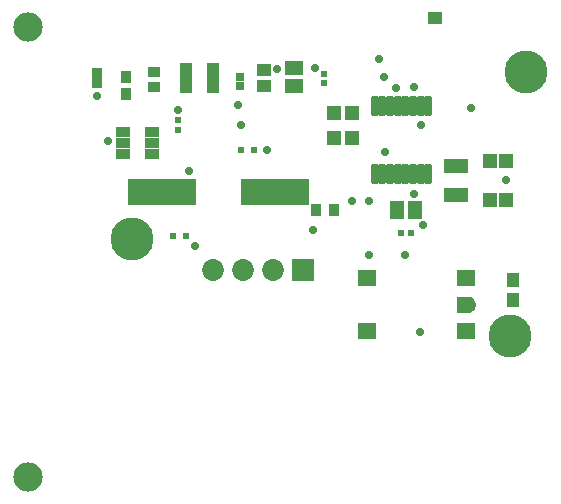
<source format=gts>
G04*
G04 #@! TF.GenerationSoftware,Altium Limited,Altium Designer,22.8.2 (66)*
G04*
G04 Layer_Color=8388736*
%FSLAX25Y25*%
%MOIN*%
G70*
G04*
G04 #@! TF.SameCoordinates,DBEA32A3-26B1-43DE-8851-A205651FCFC1*
G04*
G04*
G04 #@! TF.FilePolarity,Negative*
G04*
G01*
G75*
%ADD16R,0.22847X0.09068*%
%ADD17R,0.04540X0.04147*%
%ADD18R,0.05131X0.03359*%
G04:AMPARAMS|DCode=19|XSize=69.81mil|YSize=24.14mil|CornerRadius=6.02mil|HoleSize=0mil|Usage=FLASHONLY|Rotation=90.000|XOffset=0mil|YOffset=0mil|HoleType=Round|Shape=RoundedRectangle|*
%AMROUNDEDRECTD19*
21,1,0.06981,0.01211,0,0,90.0*
21,1,0.05778,0.02414,0,0,90.0*
1,1,0.01204,0.00605,0.02889*
1,1,0.01204,0.00605,-0.02889*
1,1,0.01204,-0.00605,-0.02889*
1,1,0.01204,-0.00605,0.02889*
%
%ADD19ROUNDEDRECTD19*%
%ADD20R,0.04540X0.04540*%
%ADD21R,0.04206X0.04750*%
%ADD22R,0.04934X0.04934*%
%ADD23R,0.06299X0.05492*%
%ADD24C,0.04961*%
%ADD25R,0.02047X0.02047*%
%ADD26R,0.06312X0.05131*%
%ADD27R,0.02572X0.02572*%
%ADD28R,0.01860X0.01843*%
%ADD29R,0.02362X0.01968*%
%ADD30R,0.04147X0.03753*%
%ADD31R,0.03773X0.03963*%
%ADD32R,0.03241X0.03398*%
%ADD33R,0.02047X0.02047*%
%ADD34R,0.05131X0.06312*%
%ADD35R,0.08280X0.05131*%
%ADD36R,0.03996X0.10000*%
%ADD37R,0.03556X0.04343*%
%ADD38C,0.09800*%
%ADD39C,0.07296*%
%ADD40R,0.07296X0.07296*%
%ADD41C,0.02800*%
%ADD42C,0.14300*%
G36*
X300459Y296256D02*
X300729D01*
X301260Y296150D01*
X301759Y295943D01*
X302209Y295643D01*
X302592Y295260D01*
X302892Y294811D01*
X303099Y294311D01*
X303205Y293780D01*
Y293510D01*
Y293490D01*
Y293220D01*
X303099Y292689D01*
X302892Y292189D01*
X302592Y291740D01*
X302209Y291357D01*
X301759Y291057D01*
X301260Y290850D01*
X300729Y290744D01*
X300459D01*
Y290744D01*
X296905D01*
Y296256D01*
X300459Y296256D01*
D02*
G37*
D16*
X198799Y331000D02*
D03*
X236201D02*
D03*
D17*
X289500Y389000D02*
D03*
X232500Y371657D02*
D03*
Y366343D02*
D03*
D18*
X185776Y351240D02*
D03*
Y347500D02*
D03*
Y343760D02*
D03*
X195224D02*
D03*
Y347500D02*
D03*
Y351240D02*
D03*
D19*
X269543Y359799D02*
D03*
X272102D02*
D03*
X274661D02*
D03*
X277220D02*
D03*
X279780D02*
D03*
X282339D02*
D03*
X284898D02*
D03*
X287457D02*
D03*
Y337201D02*
D03*
X284898D02*
D03*
X282339D02*
D03*
X279780D02*
D03*
X277220D02*
D03*
X274661D02*
D03*
X272102D02*
D03*
X269543D02*
D03*
D20*
X261906Y357500D02*
D03*
X256000D02*
D03*
X261906Y349000D02*
D03*
X256000D02*
D03*
D21*
X315500Y301751D02*
D03*
Y295249D02*
D03*
D22*
X307843Y341500D02*
D03*
X313157D02*
D03*
X308000Y328500D02*
D03*
X313315D02*
D03*
D23*
X266945Y302348D02*
D03*
Y284652D02*
D03*
X300055D02*
D03*
Y302348D02*
D03*
D24*
X299793Y293500D02*
D03*
D25*
X252500Y367425D02*
D03*
Y370575D02*
D03*
D26*
X242500Y366547D02*
D03*
Y372453D02*
D03*
D27*
X224500Y369575D02*
D03*
Y366425D02*
D03*
D28*
X204000Y351917D02*
D03*
Y355083D02*
D03*
D29*
X202335Y316500D02*
D03*
X206665D02*
D03*
X224835Y345000D02*
D03*
X229165D02*
D03*
D30*
X196000Y366039D02*
D03*
Y370961D02*
D03*
D31*
X186500Y369358D02*
D03*
Y363642D02*
D03*
D32*
X177000Y367268D02*
D03*
Y370732D02*
D03*
D33*
X281575Y317500D02*
D03*
X278425D02*
D03*
D34*
X277047Y325000D02*
D03*
X282953D02*
D03*
D35*
X296500Y339921D02*
D03*
Y330079D02*
D03*
D36*
X215498Y369000D02*
D03*
X206502D02*
D03*
D37*
X250047Y325000D02*
D03*
X255953D02*
D03*
D38*
X154000Y236000D02*
D03*
Y386000D02*
D03*
D39*
X235500Y305000D02*
D03*
X225500D02*
D03*
X215500D02*
D03*
D40*
X245500D02*
D03*
D41*
X209500Y313000D02*
D03*
X279500Y310000D02*
D03*
X180500Y348000D02*
D03*
X284500Y284500D02*
D03*
X204000Y358500D02*
D03*
X176987Y363190D02*
D03*
X233590Y344939D02*
D03*
X313157Y335079D02*
D03*
X282500Y330500D02*
D03*
X285769Y319974D02*
D03*
X249500Y372500D02*
D03*
X237000Y372000D02*
D03*
X225000Y353500D02*
D03*
X273000Y344500D02*
D03*
X285000Y353500D02*
D03*
X272500Y369500D02*
D03*
X271000Y375500D02*
D03*
X276684Y365838D02*
D03*
X282500Y366000D02*
D03*
X267500Y310000D02*
D03*
X249000Y318500D02*
D03*
X267500Y328000D02*
D03*
X262000D02*
D03*
X207500Y338000D02*
D03*
X224000Y360000D02*
D03*
X301500Y359000D02*
D03*
D42*
X314500Y283000D02*
D03*
X320000Y371000D02*
D03*
X188500Y315500D02*
D03*
M02*

</source>
